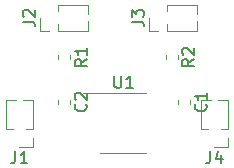
<source format=gbr>
G04 #@! TF.GenerationSoftware,KiCad,Pcbnew,5.1.2*
G04 #@! TF.CreationDate,2019-07-19T16:12:23-04:00*
G04 #@! TF.ProjectId,siot-node-temp,73696f74-2d6e-46f6-9465-2d74656d702e,rev?*
G04 #@! TF.SameCoordinates,Original*
G04 #@! TF.FileFunction,Legend,Top*
G04 #@! TF.FilePolarity,Positive*
%FSLAX46Y46*%
G04 Gerber Fmt 4.6, Leading zero omitted, Abs format (unit mm)*
G04 Created by KiCad (PCBNEW 5.1.2) date 2019-07-19 16:12:23*
%MOMM*%
%LPD*%
G04 APERTURE LIST*
%ADD10C,0.120000*%
%ADD11C,0.150000*%
G04 APERTURE END LIST*
D10*
X-442120000Y620270000D02*
X-443230000Y620270000D01*
X-442120000Y621030000D02*
X-442120000Y620270000D01*
X-443793471Y621790000D02*
X-444340000Y621790000D01*
X-442120000Y621790000D02*
X-442666529Y621790000D01*
X-444340000Y621790000D02*
X-444340000Y624265000D01*
X-442120000Y621790000D02*
X-442120000Y624265000D01*
X-443537530Y624265000D02*
X-444340000Y624265000D01*
X-442120000Y624265000D02*
X-442922470Y624265000D01*
X-450934999Y624860000D02*
X-454384999Y624860000D01*
X-450934999Y624860000D02*
X-448984999Y624860000D01*
X-450934999Y619740000D02*
X-452884999Y619740000D01*
X-450934999Y619740000D02*
X-448984999Y619740000D01*
X-447350000Y628025279D02*
X-447350000Y627699721D01*
X-446330000Y628025279D02*
X-446330000Y627699721D01*
X-456440000Y628025279D02*
X-456440000Y627699721D01*
X-455420000Y628025279D02*
X-455420000Y627699721D01*
X-448730000Y630080000D02*
X-448730000Y631190000D01*
X-447970000Y630080000D02*
X-448730000Y630080000D01*
X-447210000Y631753471D02*
X-447210000Y632300000D01*
X-447210000Y630080000D02*
X-447210000Y630626529D01*
X-447210000Y632300000D02*
X-444735000Y632300000D01*
X-447210000Y630080000D02*
X-444735000Y630080000D01*
X-444735000Y631497530D02*
X-444735000Y632300000D01*
X-444735000Y630080000D02*
X-444735000Y630882470D01*
X-457960000Y630080000D02*
X-457960000Y631190000D01*
X-457200000Y630080000D02*
X-457960000Y630080000D01*
X-456440000Y631753471D02*
X-456440000Y632300000D01*
X-456440000Y630080000D02*
X-456440000Y630626529D01*
X-456440000Y632300000D02*
X-453965000Y632300000D01*
X-456440000Y630080000D02*
X-453965000Y630080000D01*
X-453965000Y631497530D02*
X-453965000Y632300000D01*
X-453965000Y630080000D02*
X-453965000Y630882470D01*
X-458630000Y620270000D02*
X-459740000Y620270000D01*
X-458630000Y621030000D02*
X-458630000Y620270000D01*
X-460303471Y621790000D02*
X-460850000Y621790000D01*
X-458630000Y621790000D02*
X-459176529Y621790000D01*
X-460850000Y621790000D02*
X-460850000Y624265000D01*
X-458630000Y621790000D02*
X-458630000Y624265000D01*
X-460047530Y624265000D02*
X-460850000Y624265000D01*
X-458630000Y624265000D02*
X-459432470Y624265000D01*
X-456440000Y624215279D02*
X-456440000Y623889721D01*
X-455420000Y624215279D02*
X-455420000Y623889721D01*
X-446280000Y624215279D02*
X-446280000Y623889721D01*
X-445260000Y624215279D02*
X-445260000Y623889721D01*
D11*
X-443563333Y619882619D02*
X-443563333Y619168333D01*
X-443610952Y619025476D01*
X-443706190Y618930238D01*
X-443849047Y618882619D01*
X-443944285Y618882619D01*
X-442658571Y619549285D02*
X-442658571Y618882619D01*
X-442896666Y619930238D02*
X-443134761Y619215952D01*
X-442515714Y619215952D01*
X-451696903Y626247619D02*
X-451696903Y625438095D01*
X-451649284Y625342857D01*
X-451601665Y625295238D01*
X-451506427Y625247619D01*
X-451315951Y625247619D01*
X-451220713Y625295238D01*
X-451173094Y625342857D01*
X-451125475Y625438095D01*
X-451125475Y626247619D01*
X-450125475Y625247619D02*
X-450696903Y625247619D01*
X-450411189Y625247619D02*
X-450411189Y626247619D01*
X-450506427Y626104761D01*
X-450601665Y626009523D01*
X-450696903Y625961904D01*
X-444957619Y627695833D02*
X-445433809Y627362500D01*
X-444957619Y627124404D02*
X-445957619Y627124404D01*
X-445957619Y627505357D01*
X-445910000Y627600595D01*
X-445862380Y627648214D01*
X-445767142Y627695833D01*
X-445624285Y627695833D01*
X-445529047Y627648214D01*
X-445481428Y627600595D01*
X-445433809Y627505357D01*
X-445433809Y627124404D01*
X-445862380Y628076785D02*
X-445910000Y628124404D01*
X-445957619Y628219642D01*
X-445957619Y628457738D01*
X-445910000Y628552976D01*
X-445862380Y628600595D01*
X-445767142Y628648214D01*
X-445671904Y628648214D01*
X-445529047Y628600595D01*
X-444957619Y628029166D01*
X-444957619Y628648214D01*
X-454047619Y627695833D02*
X-454523809Y627362500D01*
X-454047619Y627124404D02*
X-455047619Y627124404D01*
X-455047619Y627505357D01*
X-455000000Y627600595D01*
X-454952380Y627648214D01*
X-454857142Y627695833D01*
X-454714285Y627695833D01*
X-454619047Y627648214D01*
X-454571428Y627600595D01*
X-454523809Y627505357D01*
X-454523809Y627124404D01*
X-454047619Y628648214D02*
X-454047619Y628076785D01*
X-454047619Y628362500D02*
X-455047619Y628362500D01*
X-454904761Y628267261D01*
X-454809523Y628172023D01*
X-454761904Y628076785D01*
X-450212619Y630856666D02*
X-449498333Y630856666D01*
X-449355476Y630809047D01*
X-449260238Y630713809D01*
X-449212619Y630570952D01*
X-449212619Y630475714D01*
X-450212619Y631237619D02*
X-450212619Y631856666D01*
X-449831666Y631523333D01*
X-449831666Y631666190D01*
X-449784047Y631761428D01*
X-449736428Y631809047D01*
X-449641190Y631856666D01*
X-449403095Y631856666D01*
X-449307857Y631809047D01*
X-449260238Y631761428D01*
X-449212619Y631666190D01*
X-449212619Y631380476D01*
X-449260238Y631285238D01*
X-449307857Y631237619D01*
X-459442619Y630856666D02*
X-458728333Y630856666D01*
X-458585476Y630809047D01*
X-458490238Y630713809D01*
X-458442619Y630570952D01*
X-458442619Y630475714D01*
X-459347380Y631285238D02*
X-459395000Y631332857D01*
X-459442619Y631428095D01*
X-459442619Y631666190D01*
X-459395000Y631761428D01*
X-459347380Y631809047D01*
X-459252142Y631856666D01*
X-459156904Y631856666D01*
X-459014047Y631809047D01*
X-458442619Y631237619D01*
X-458442619Y631856666D01*
X-460073333Y619882619D02*
X-460073333Y619168333D01*
X-460120952Y619025476D01*
X-460216190Y618930238D01*
X-460359047Y618882619D01*
X-460454285Y618882619D01*
X-459073333Y618882619D02*
X-459644761Y618882619D01*
X-459359047Y618882619D02*
X-459359047Y619882619D01*
X-459454285Y619739761D01*
X-459549523Y619644523D01*
X-459644761Y619596904D01*
X-454142857Y623885833D02*
X-454095238Y623838214D01*
X-454047619Y623695357D01*
X-454047619Y623600119D01*
X-454095238Y623457261D01*
X-454190476Y623362023D01*
X-454285714Y623314404D01*
X-454476190Y623266785D01*
X-454619047Y623266785D01*
X-454809523Y623314404D01*
X-454904761Y623362023D01*
X-455000000Y623457261D01*
X-455047619Y623600119D01*
X-455047619Y623695357D01*
X-455000000Y623838214D01*
X-454952380Y623885833D01*
X-454952380Y624266785D02*
X-455000000Y624314404D01*
X-455047619Y624409642D01*
X-455047619Y624647738D01*
X-455000000Y624742976D01*
X-454952380Y624790595D01*
X-454857142Y624838214D01*
X-454761904Y624838214D01*
X-454619047Y624790595D01*
X-454047619Y624219166D01*
X-454047619Y624838214D01*
X-443982857Y623885833D02*
X-443935238Y623838214D01*
X-443887619Y623695357D01*
X-443887619Y623600119D01*
X-443935238Y623457261D01*
X-444030476Y623362023D01*
X-444125714Y623314404D01*
X-444316190Y623266785D01*
X-444459047Y623266785D01*
X-444649523Y623314404D01*
X-444744761Y623362023D01*
X-444840000Y623457261D01*
X-444887619Y623600119D01*
X-444887619Y623695357D01*
X-444840000Y623838214D01*
X-444792380Y623885833D01*
X-443887619Y624838214D02*
X-443887619Y624266785D01*
X-443887619Y624552500D02*
X-444887619Y624552500D01*
X-444744761Y624457261D01*
X-444649523Y624362023D01*
X-444601904Y624266785D01*
M02*

</source>
